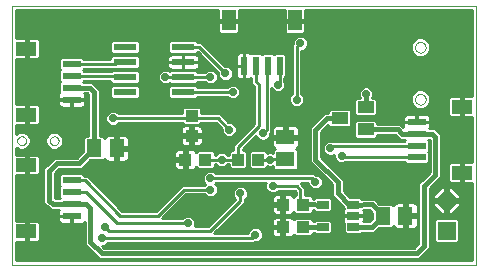
<source format=gbl>
G75*
%MOIN*%
%OFA0B0*%
%FSLAX24Y24*%
%IPPOS*%
%LPD*%
%AMOC8*
5,1,8,0,0,1.08239X$1,22.5*
%
%ADD10C,0.0000*%
%ADD11R,0.0433X0.0394*%
%ADD12R,0.0390X0.0272*%
%ADD13R,0.0551X0.0394*%
%ADD14R,0.0591X0.0512*%
%ADD15R,0.0512X0.0591*%
%ADD16R,0.0394X0.0433*%
%ADD17R,0.0236X0.0610*%
%ADD18R,0.0472X0.0709*%
%ADD19R,0.0780X0.0220*%
%ADD20R,0.0610X0.0236*%
%ADD21R,0.0709X0.0472*%
%ADD22R,0.0600X0.0600*%
%ADD23OC8,0.0600*%
%ADD24C,0.0100*%
%ADD25C,0.0277*%
%ADD26C,0.0160*%
D10*
X005150Y004018D02*
X005150Y012639D01*
X020645Y012639D01*
X020645Y004018D01*
X005150Y004018D01*
X005336Y008143D02*
X005338Y008167D01*
X005344Y008190D01*
X005353Y008212D01*
X005366Y008232D01*
X005381Y008250D01*
X005400Y008265D01*
X005421Y008277D01*
X005443Y008285D01*
X005466Y008290D01*
X005490Y008291D01*
X005514Y008288D01*
X005536Y008281D01*
X005558Y008271D01*
X005578Y008258D01*
X005595Y008241D01*
X005609Y008222D01*
X005620Y008201D01*
X005628Y008178D01*
X005632Y008155D01*
X005632Y008131D01*
X005628Y008108D01*
X005620Y008085D01*
X005609Y008064D01*
X005595Y008045D01*
X005578Y008028D01*
X005558Y008015D01*
X005536Y008005D01*
X005514Y007998D01*
X005490Y007995D01*
X005466Y007996D01*
X005443Y008001D01*
X005421Y008009D01*
X005400Y008021D01*
X005381Y008036D01*
X005366Y008054D01*
X005353Y008074D01*
X005344Y008096D01*
X005338Y008119D01*
X005336Y008143D01*
X006418Y008143D02*
X006420Y008167D01*
X006426Y008190D01*
X006435Y008212D01*
X006448Y008232D01*
X006463Y008250D01*
X006482Y008265D01*
X006503Y008277D01*
X006525Y008285D01*
X006548Y008290D01*
X006572Y008291D01*
X006596Y008288D01*
X006618Y008281D01*
X006640Y008271D01*
X006660Y008258D01*
X006677Y008241D01*
X006691Y008222D01*
X006702Y008201D01*
X006710Y008178D01*
X006714Y008155D01*
X006714Y008131D01*
X006710Y008108D01*
X006702Y008085D01*
X006691Y008064D01*
X006677Y008045D01*
X006660Y008028D01*
X006640Y008015D01*
X006618Y008005D01*
X006596Y007998D01*
X006572Y007995D01*
X006548Y007996D01*
X006525Y008001D01*
X006503Y008009D01*
X006482Y008021D01*
X006463Y008036D01*
X006448Y008054D01*
X006435Y008074D01*
X006426Y008096D01*
X006420Y008119D01*
X006418Y008143D01*
X018598Y009527D02*
X018600Y009553D01*
X018606Y009579D01*
X018616Y009604D01*
X018629Y009627D01*
X018645Y009647D01*
X018665Y009665D01*
X018687Y009680D01*
X018710Y009692D01*
X018736Y009700D01*
X018762Y009704D01*
X018788Y009704D01*
X018814Y009700D01*
X018840Y009692D01*
X018864Y009680D01*
X018885Y009665D01*
X018905Y009647D01*
X018921Y009627D01*
X018934Y009604D01*
X018944Y009579D01*
X018950Y009553D01*
X018952Y009527D01*
X018950Y009501D01*
X018944Y009475D01*
X018934Y009450D01*
X018921Y009427D01*
X018905Y009407D01*
X018885Y009389D01*
X018863Y009374D01*
X018840Y009362D01*
X018814Y009354D01*
X018788Y009350D01*
X018762Y009350D01*
X018736Y009354D01*
X018710Y009362D01*
X018686Y009374D01*
X018665Y009389D01*
X018645Y009407D01*
X018629Y009427D01*
X018616Y009450D01*
X018606Y009475D01*
X018600Y009501D01*
X018598Y009527D01*
X018598Y011259D02*
X018600Y011285D01*
X018606Y011311D01*
X018616Y011336D01*
X018629Y011359D01*
X018645Y011379D01*
X018665Y011397D01*
X018687Y011412D01*
X018710Y011424D01*
X018736Y011432D01*
X018762Y011436D01*
X018788Y011436D01*
X018814Y011432D01*
X018840Y011424D01*
X018864Y011412D01*
X018885Y011397D01*
X018905Y011379D01*
X018921Y011359D01*
X018934Y011336D01*
X018944Y011311D01*
X018950Y011285D01*
X018952Y011259D01*
X018950Y011233D01*
X018944Y011207D01*
X018934Y011182D01*
X018921Y011159D01*
X018905Y011139D01*
X018885Y011121D01*
X018863Y011106D01*
X018840Y011094D01*
X018814Y011086D01*
X018788Y011082D01*
X018762Y011082D01*
X018736Y011086D01*
X018710Y011094D01*
X018686Y011106D01*
X018665Y011121D01*
X018645Y011139D01*
X018629Y011159D01*
X018616Y011182D01*
X018606Y011207D01*
X018600Y011233D01*
X018598Y011259D01*
D11*
X011610Y007518D03*
X010940Y007518D03*
X011150Y008309D03*
X011150Y008978D03*
X014190Y006018D03*
X014860Y006018D03*
X014860Y005268D03*
X014190Y005268D03*
D12*
X015513Y005269D03*
X016537Y005269D03*
X016537Y005643D03*
X016537Y006017D03*
X015513Y006017D03*
D13*
X016958Y008519D03*
X016092Y008893D03*
X016958Y009267D03*
D14*
X014275Y008267D03*
X014275Y007519D03*
D15*
X017526Y005643D03*
X018274Y005643D03*
X008649Y007893D03*
X007901Y007893D03*
D16*
X012690Y007518D03*
X013360Y007518D03*
D17*
X013294Y010643D03*
X013687Y010643D03*
X014081Y010643D03*
X012900Y010643D03*
D18*
X012388Y012169D03*
X014593Y012169D03*
D19*
X010870Y011268D03*
X010870Y010768D03*
X010870Y010268D03*
X010870Y009768D03*
X008930Y009768D03*
X008930Y010268D03*
X008930Y010768D03*
X008930Y011268D03*
D20*
X007150Y010699D03*
X007150Y010306D03*
X007150Y009912D03*
X007150Y009518D03*
X007150Y006824D03*
X007150Y006431D03*
X007150Y006037D03*
X007150Y005643D03*
X018650Y007587D03*
X018650Y007981D03*
X018650Y008375D03*
X018650Y008768D03*
D21*
X020176Y009280D03*
X020176Y007075D03*
X005624Y007336D03*
X005624Y009006D03*
X005624Y011211D03*
X005624Y005131D03*
D22*
X019650Y005143D03*
D23*
X019650Y006143D03*
D24*
X019700Y006185D02*
X020495Y006185D01*
X020495Y006087D02*
X020100Y006087D01*
X020100Y006093D02*
X019700Y006093D01*
X019700Y005693D01*
X019836Y005693D01*
X020100Y005957D01*
X020100Y006093D01*
X020100Y006193D02*
X019700Y006193D01*
X019700Y006093D01*
X019600Y006093D01*
X019600Y005693D01*
X019464Y005693D01*
X019200Y005957D01*
X019200Y006093D01*
X019600Y006093D01*
X019600Y006193D01*
X019200Y006193D01*
X019200Y006330D01*
X019464Y006593D01*
X019600Y006593D01*
X019600Y006193D01*
X019700Y006193D01*
X019700Y006593D01*
X019836Y006593D01*
X020100Y006330D01*
X020100Y006193D01*
X020100Y006284D02*
X020495Y006284D01*
X020495Y006382D02*
X020047Y006382D01*
X019949Y006481D02*
X020495Y006481D01*
X020495Y006579D02*
X019850Y006579D01*
X019700Y006579D02*
X019600Y006579D01*
X019600Y006481D02*
X019700Y006481D01*
X019700Y006382D02*
X019600Y006382D01*
X019600Y006284D02*
X019700Y006284D01*
X019600Y006185D02*
X019090Y006185D01*
X019090Y006087D02*
X019200Y006087D01*
X019200Y005988D02*
X019090Y005988D01*
X019090Y005890D02*
X019267Y005890D01*
X019366Y005791D02*
X019090Y005791D01*
X019090Y005693D02*
X020495Y005693D01*
X020495Y005791D02*
X019934Y005791D01*
X020033Y005890D02*
X020495Y005890D01*
X020495Y005988D02*
X020100Y005988D01*
X019700Y005988D02*
X019600Y005988D01*
X019600Y005890D02*
X019700Y005890D01*
X019700Y005791D02*
X019600Y005791D01*
X019304Y005553D02*
X019240Y005489D01*
X019240Y004798D01*
X019304Y004733D01*
X019996Y004733D01*
X020060Y004798D01*
X020060Y005489D01*
X019996Y005553D01*
X019304Y005553D01*
X019247Y005496D02*
X019090Y005496D01*
X019090Y005594D02*
X020495Y005594D01*
X020495Y005496D02*
X020053Y005496D01*
X020060Y005397D02*
X020495Y005397D01*
X020495Y005299D02*
X020060Y005299D01*
X020060Y005200D02*
X020495Y005200D01*
X020495Y005102D02*
X020060Y005102D01*
X020060Y005003D02*
X020495Y005003D01*
X020495Y004905D02*
X020060Y004905D01*
X020060Y004806D02*
X020495Y004806D01*
X020495Y004708D02*
X019090Y004708D01*
X019090Y004806D02*
X019240Y004806D01*
X019240Y004905D02*
X019090Y004905D01*
X019090Y005003D02*
X019240Y005003D01*
X019240Y005102D02*
X019090Y005102D01*
X019090Y005200D02*
X019240Y005200D01*
X019240Y005299D02*
X019090Y005299D01*
X019090Y005397D02*
X019240Y005397D01*
X018710Y005397D02*
X018680Y005397D01*
X018680Y005328D02*
X018680Y005593D01*
X018324Y005593D01*
X018324Y005198D01*
X018550Y005198D01*
X018588Y005208D01*
X018622Y005228D01*
X018650Y005256D01*
X018670Y005290D01*
X018680Y005328D01*
X018672Y005299D02*
X018710Y005299D01*
X018710Y005200D02*
X018558Y005200D01*
X018710Y005102D02*
X017251Y005102D01*
X017226Y005077D02*
X017282Y005132D01*
X017338Y005188D01*
X017338Y005188D01*
X017388Y005238D01*
X017827Y005238D01*
X017879Y005289D01*
X017898Y005256D01*
X017926Y005228D01*
X017960Y005208D01*
X017998Y005198D01*
X018224Y005198D01*
X018224Y005593D01*
X018324Y005593D01*
X018324Y005693D01*
X018710Y005693D01*
X018680Y005693D02*
X018680Y005958D01*
X018670Y005996D01*
X018650Y006031D01*
X018622Y006059D01*
X018588Y006078D01*
X018550Y006089D01*
X018324Y006089D01*
X018324Y005693D01*
X018680Y005693D01*
X018680Y005791D02*
X018710Y005791D01*
X018710Y005890D02*
X018680Y005890D01*
X018672Y005988D02*
X018710Y005988D01*
X018710Y006087D02*
X018556Y006087D01*
X018710Y006185D02*
X017253Y006185D01*
X017228Y006210D02*
X017227Y006210D01*
X017227Y006211D01*
X017148Y006210D01*
X017070Y006210D01*
X016832Y006209D01*
X016777Y006263D01*
X016424Y006263D01*
X016215Y006472D01*
X016215Y006847D01*
X016104Y006958D01*
X015465Y007597D01*
X015465Y008440D01*
X015706Y008681D01*
X015706Y008651D01*
X015771Y008586D01*
X016413Y008586D01*
X016478Y008651D01*
X016478Y009136D01*
X016413Y009200D01*
X015771Y009200D01*
X015706Y009136D01*
X015706Y009083D01*
X015571Y009083D01*
X015196Y008708D01*
X015085Y008597D01*
X015085Y007440D01*
X015835Y006690D01*
X015835Y006315D01*
X016211Y005939D01*
X016232Y005918D01*
X016232Y005881D01*
X016222Y005871D01*
X016202Y005837D01*
X016192Y005799D01*
X016192Y005661D01*
X016519Y005661D01*
X016519Y005625D01*
X016192Y005625D01*
X016192Y005488D01*
X016202Y005450D01*
X016222Y005415D01*
X016232Y005405D01*
X016232Y005088D01*
X016296Y005023D01*
X016777Y005023D01*
X016832Y005078D01*
X017069Y005078D01*
X017069Y005078D01*
X017147Y005077D01*
X017226Y005077D01*
X017226Y005077D01*
X017226Y005077D01*
X017350Y005200D02*
X017990Y005200D01*
X018224Y005200D02*
X018324Y005200D01*
X018324Y005299D02*
X018224Y005299D01*
X018224Y005397D02*
X018324Y005397D01*
X018324Y005496D02*
X018224Y005496D01*
X018324Y005594D02*
X018710Y005594D01*
X018710Y005496D02*
X018680Y005496D01*
X018324Y005693D02*
X018224Y005693D01*
X018224Y006089D01*
X017998Y006089D01*
X017960Y006078D01*
X017926Y006059D01*
X017898Y006031D01*
X017879Y005997D01*
X017827Y006049D01*
X017389Y006049D01*
X017339Y006099D01*
X017339Y006100D01*
X017283Y006155D01*
X017228Y006210D01*
X017070Y006210D02*
X017070Y006210D01*
X017351Y006087D02*
X017992Y006087D01*
X018224Y006087D02*
X018324Y006087D01*
X018324Y005988D02*
X018224Y005988D01*
X018224Y005890D02*
X018324Y005890D01*
X018324Y005791D02*
X018224Y005791D01*
X018710Y006284D02*
X016403Y006284D01*
X016305Y006382D02*
X018710Y006382D01*
X018710Y006481D02*
X016215Y006481D01*
X016215Y006579D02*
X018710Y006579D01*
X018710Y006678D02*
X016215Y006678D01*
X016215Y006776D02*
X018764Y006776D01*
X018710Y006722D02*
X018710Y004722D01*
X018571Y004583D01*
X008229Y004583D01*
X008167Y004645D01*
X008199Y004645D01*
X008291Y004682D01*
X008342Y004733D01*
X013216Y004733D01*
X013253Y004770D01*
X013324Y004770D01*
X013416Y004807D01*
X013486Y004877D01*
X013524Y004969D01*
X013524Y005068D01*
X013486Y005159D01*
X013416Y005229D01*
X013324Y005267D01*
X013226Y005267D01*
X013134Y005229D01*
X013064Y005159D01*
X013026Y005068D01*
X013026Y005053D01*
X011911Y005053D01*
X012841Y005983D01*
X012935Y006077D01*
X012935Y006202D01*
X012986Y006252D01*
X013024Y006344D01*
X013024Y006443D01*
X012986Y006534D01*
X012916Y006604D01*
X012824Y006642D01*
X012726Y006642D01*
X012634Y006604D01*
X012564Y006534D01*
X012526Y006443D01*
X012526Y006344D01*
X012564Y006252D01*
X012611Y006206D01*
X011709Y005303D01*
X011257Y005303D01*
X011274Y005344D01*
X011274Y005443D01*
X011236Y005534D01*
X011166Y005604D01*
X011074Y005642D01*
X010976Y005642D01*
X010884Y005604D01*
X010833Y005553D01*
X010161Y005553D01*
X010966Y006358D01*
X011583Y006358D01*
X011634Y006307D01*
X011726Y006270D01*
X011824Y006270D01*
X011916Y006307D01*
X011986Y006377D01*
X012024Y006469D01*
X012024Y006568D01*
X011986Y006659D01*
X011939Y006706D01*
X011967Y006733D01*
X013623Y006733D01*
X013606Y006693D01*
X013606Y006594D01*
X013644Y006502D01*
X013714Y006432D01*
X013806Y006395D01*
X013904Y006395D01*
X013996Y006432D01*
X014047Y006483D01*
X014584Y006483D01*
X014615Y006452D01*
X014615Y006325D01*
X014598Y006325D01*
X014546Y006274D01*
X014527Y006307D01*
X014499Y006335D01*
X014465Y006355D01*
X014427Y006365D01*
X014239Y006365D01*
X014239Y006067D01*
X014142Y006067D01*
X014142Y006365D01*
X013954Y006365D01*
X013916Y006355D01*
X013882Y006335D01*
X013854Y006307D01*
X013834Y006273D01*
X013824Y006235D01*
X013824Y006067D01*
X014142Y006067D01*
X014142Y005970D01*
X013824Y005970D01*
X013824Y005802D01*
X013834Y005764D01*
X013854Y005729D01*
X013882Y005701D01*
X013916Y005682D01*
X013954Y005671D01*
X014142Y005671D01*
X014142Y005970D01*
X014239Y005970D01*
X014239Y005671D01*
X014427Y005671D01*
X014465Y005682D01*
X014499Y005701D01*
X014527Y005729D01*
X014546Y005763D01*
X014598Y005711D01*
X015122Y005711D01*
X015186Y005776D01*
X015186Y005829D01*
X015216Y005829D01*
X015273Y005771D01*
X015754Y005771D01*
X015818Y005836D01*
X015818Y006199D01*
X015754Y006263D01*
X015273Y006263D01*
X015218Y006209D01*
X015186Y006209D01*
X015186Y006261D01*
X015122Y006325D01*
X014935Y006325D01*
X014935Y006585D01*
X014810Y006710D01*
X014786Y006733D01*
X015026Y006733D01*
X015026Y006719D01*
X015064Y006627D01*
X015134Y006557D01*
X015226Y006520D01*
X015324Y006520D01*
X015416Y006557D01*
X015486Y006627D01*
X015524Y006719D01*
X015524Y006818D01*
X015486Y006909D01*
X015416Y006979D01*
X015324Y007017D01*
X015253Y007017D01*
X015216Y007053D01*
X011967Y007053D01*
X011916Y007104D01*
X011824Y007142D01*
X011726Y007142D01*
X011634Y007104D01*
X011564Y007034D01*
X011526Y006943D01*
X011526Y006844D01*
X011564Y006752D01*
X011611Y006706D01*
X011583Y006678D01*
X010834Y006678D01*
X010740Y006585D01*
X009959Y005803D01*
X008841Y005803D01*
X007754Y006891D01*
X007660Y006984D01*
X007565Y006984D01*
X007565Y006988D01*
X007501Y007053D01*
X006799Y007053D01*
X006735Y006988D01*
X006735Y006661D01*
X006768Y006628D01*
X006735Y006594D01*
X006735Y006267D01*
X006768Y006234D01*
X006761Y006227D01*
X006606Y006227D01*
X006590Y006239D01*
X006590Y007065D01*
X006729Y007203D01*
X007479Y007203D01*
X007590Y007315D01*
X007763Y007488D01*
X008202Y007488D01*
X008254Y007539D01*
X008273Y007506D01*
X008301Y007478D01*
X008335Y007458D01*
X008373Y007448D01*
X008599Y007448D01*
X008599Y007843D01*
X008699Y007843D01*
X008699Y007448D01*
X008925Y007448D01*
X008963Y007458D01*
X008997Y007478D01*
X009025Y007506D01*
X009045Y007540D01*
X009055Y007578D01*
X009055Y007843D01*
X008699Y007843D01*
X008699Y007943D01*
X009055Y007943D01*
X009055Y008208D01*
X009045Y008246D01*
X009025Y008281D01*
X008997Y008309D01*
X008963Y008328D01*
X008925Y008339D01*
X008699Y008339D01*
X008699Y007943D01*
X008599Y007943D01*
X008599Y008339D01*
X008373Y008339D01*
X008335Y008328D01*
X008301Y008309D01*
X008273Y008281D01*
X008254Y008247D01*
X008202Y008299D01*
X008090Y008299D01*
X008090Y009847D01*
X007835Y010102D01*
X007539Y010102D01*
X007532Y010109D01*
X007565Y010142D01*
X007565Y010146D01*
X008430Y010146D01*
X008430Y010113D01*
X008494Y010048D01*
X009366Y010048D01*
X009430Y010113D01*
X009430Y010424D01*
X009366Y010488D01*
X008494Y010488D01*
X008472Y010466D01*
X007565Y010466D01*
X007565Y010469D01*
X007532Y010503D01*
X007565Y010536D01*
X007565Y010539D01*
X008647Y010539D01*
X008656Y010548D01*
X009366Y010548D01*
X009430Y010613D01*
X009430Y010924D01*
X009366Y010988D01*
X008494Y010988D01*
X008430Y010924D01*
X008430Y010859D01*
X007565Y010859D01*
X007565Y010863D01*
X007501Y010928D01*
X006799Y010928D01*
X006735Y010863D01*
X006735Y010536D01*
X006768Y010503D01*
X006735Y010469D01*
X006735Y010142D01*
X006768Y010109D01*
X006735Y010076D01*
X006735Y009748D01*
X006740Y009743D01*
X006725Y009729D01*
X006705Y009694D01*
X006695Y009656D01*
X006695Y009527D01*
X007141Y009527D01*
X007141Y009509D01*
X007159Y009509D01*
X007159Y009250D01*
X007475Y009250D01*
X007513Y009260D01*
X007547Y009280D01*
X007575Y009308D01*
X007595Y009342D01*
X007605Y009380D01*
X007605Y009509D01*
X007159Y009509D01*
X007159Y009527D01*
X007605Y009527D01*
X007605Y009656D01*
X007595Y009694D01*
X007579Y009722D01*
X007678Y009722D01*
X007710Y009690D01*
X007710Y008299D01*
X007600Y008299D01*
X007535Y008234D01*
X007535Y007797D01*
X007321Y007583D01*
X006571Y007583D01*
X006321Y007333D01*
X006210Y007222D01*
X006210Y006206D01*
X006200Y006193D01*
X006210Y006129D01*
X006210Y006065D01*
X006221Y006053D01*
X006224Y006037D01*
X006276Y005999D01*
X006321Y005953D01*
X006337Y005953D01*
X006419Y005893D01*
X006465Y005847D01*
X006481Y005847D01*
X006494Y005837D01*
X006558Y005847D01*
X006721Y005847D01*
X006705Y005819D01*
X006695Y005781D01*
X006695Y005652D01*
X007141Y005652D01*
X007141Y005634D01*
X007159Y005634D01*
X007159Y005375D01*
X007475Y005375D01*
X007513Y005385D01*
X007547Y005405D01*
X007575Y005433D01*
X007585Y005450D01*
X007585Y004690D01*
X007696Y004578D01*
X008071Y004203D01*
X018729Y004203D01*
X018840Y004315D01*
X019090Y004565D01*
X019090Y006565D01*
X019465Y006940D01*
X019465Y008347D01*
X019359Y008453D01*
X019359Y008453D01*
X019247Y008565D01*
X019079Y008565D01*
X019095Y008592D01*
X019105Y008630D01*
X019105Y008759D01*
X018659Y008759D01*
X018659Y008777D01*
X019105Y008777D01*
X019105Y008906D01*
X019095Y008944D01*
X019075Y008979D01*
X019047Y009006D01*
X019013Y009026D01*
X018975Y009036D01*
X018659Y009036D01*
X018659Y008777D01*
X018641Y008777D01*
X018641Y008759D01*
X018195Y008759D01*
X018195Y008630D01*
X018200Y008612D01*
X018103Y008709D01*
X017344Y008709D01*
X017344Y008762D01*
X017279Y008826D01*
X016637Y008826D01*
X016572Y008762D01*
X016572Y008277D01*
X016637Y008212D01*
X017279Y008212D01*
X017344Y008277D01*
X017344Y008329D01*
X017945Y008329D01*
X017979Y008296D01*
X018090Y008185D01*
X018261Y008185D01*
X018268Y008178D01*
X018235Y008145D01*
X018235Y008141D01*
X015827Y008141D01*
X015824Y008142D01*
X015726Y008142D01*
X015634Y008104D01*
X015564Y008034D01*
X015526Y007943D01*
X015526Y007844D01*
X015564Y007752D01*
X015634Y007682D01*
X015726Y007645D01*
X015824Y007645D01*
X015901Y007676D01*
X015901Y007594D01*
X015939Y007502D01*
X016009Y007432D01*
X016101Y007395D01*
X016199Y007395D01*
X016278Y007427D01*
X018235Y007427D01*
X018235Y007424D01*
X018299Y007359D01*
X019001Y007359D01*
X019065Y007424D01*
X019065Y007751D01*
X019032Y007784D01*
X019065Y007817D01*
X019065Y008145D01*
X019032Y008178D01*
X019039Y008185D01*
X019085Y008185D01*
X019085Y007097D01*
X018821Y006833D01*
X018710Y006722D01*
X018863Y006875D02*
X016187Y006875D01*
X016089Y006973D02*
X018961Y006973D01*
X019060Y007072D02*
X015990Y007072D01*
X015892Y007170D02*
X019085Y007170D01*
X019085Y007269D02*
X015793Y007269D01*
X015695Y007367D02*
X018291Y007367D01*
X018650Y007587D02*
X016219Y007587D01*
X016150Y007643D01*
X015976Y007466D02*
X015596Y007466D01*
X015498Y007564D02*
X015913Y007564D01*
X015901Y007663D02*
X015869Y007663D01*
X015681Y007663D02*
X015465Y007663D01*
X015465Y007761D02*
X015560Y007761D01*
X015526Y007860D02*
X015465Y007860D01*
X015465Y007958D02*
X015533Y007958D01*
X015587Y008057D02*
X015465Y008057D01*
X015465Y008155D02*
X018246Y008155D01*
X018021Y008254D02*
X017321Y008254D01*
X017344Y008746D02*
X018195Y008746D01*
X018195Y008777D02*
X018641Y008777D01*
X018641Y009036D01*
X018325Y009036D01*
X018287Y009026D01*
X018253Y009006D01*
X018225Y008979D01*
X018205Y008944D01*
X018195Y008906D01*
X018195Y008777D01*
X018195Y008845D02*
X016478Y008845D01*
X016478Y008943D02*
X018205Y008943D01*
X018641Y008943D02*
X018659Y008943D01*
X018659Y008845D02*
X018641Y008845D01*
X018195Y008648D02*
X018164Y008648D01*
X018590Y009250D02*
X018710Y009200D01*
X018840Y009200D01*
X018960Y009250D01*
X019052Y009342D01*
X019102Y009462D01*
X019102Y009592D01*
X019052Y009712D01*
X018960Y009805D01*
X018840Y009854D01*
X018710Y009854D01*
X018590Y009805D01*
X018498Y009712D01*
X018448Y009592D01*
X018448Y009462D01*
X018498Y009342D01*
X018590Y009250D01*
X018616Y009239D02*
X017344Y009239D01*
X017344Y009337D02*
X018502Y009337D01*
X018459Y009436D02*
X017344Y009436D01*
X017344Y009510D02*
X017279Y009574D01*
X017177Y009574D01*
X017211Y009656D01*
X017211Y009755D01*
X017173Y009847D01*
X017103Y009917D01*
X017012Y009955D01*
X016913Y009955D01*
X016822Y009917D01*
X016752Y009847D01*
X016714Y009755D01*
X016714Y009656D01*
X016748Y009574D01*
X016637Y009574D01*
X016572Y009510D01*
X016572Y009025D01*
X016637Y008960D01*
X017279Y008960D01*
X017344Y009025D01*
X017344Y009510D01*
X017319Y009534D02*
X018448Y009534D01*
X018465Y009633D02*
X017202Y009633D01*
X017211Y009731D02*
X018516Y009731D01*
X018651Y009830D02*
X017180Y009830D01*
X017075Y009928D02*
X020495Y009928D01*
X020495Y009830D02*
X018899Y009830D01*
X019034Y009731D02*
X020495Y009731D01*
X020495Y009633D02*
X019085Y009633D01*
X019102Y009534D02*
X019711Y009534D01*
X019711Y009562D02*
X019711Y008998D01*
X019776Y008934D01*
X020495Y008934D01*
X020495Y007422D01*
X019776Y007422D01*
X019711Y007357D01*
X019711Y006794D01*
X019776Y006729D01*
X020495Y006729D01*
X020495Y004168D01*
X005300Y004168D01*
X005300Y004785D01*
X006024Y004785D01*
X006089Y004850D01*
X006089Y005413D01*
X006024Y005478D01*
X005300Y005478D01*
X005300Y006990D01*
X006024Y006990D01*
X006089Y007054D01*
X006089Y007618D01*
X006024Y007682D01*
X005300Y007682D01*
X005300Y007906D01*
X005315Y007891D01*
X005424Y007846D01*
X005543Y007846D01*
X005652Y007891D01*
X005736Y007975D01*
X005781Y008084D01*
X005781Y008203D01*
X005736Y008312D01*
X005652Y008396D01*
X005543Y008441D01*
X005424Y008441D01*
X005315Y008396D01*
X005300Y008381D01*
X005300Y008660D01*
X006024Y008660D01*
X006089Y008725D01*
X006089Y009288D01*
X006024Y009353D01*
X005300Y009353D01*
X005300Y010865D01*
X006024Y010865D01*
X006089Y010929D01*
X006089Y011493D01*
X006024Y011557D01*
X005300Y011557D01*
X005300Y012489D01*
X012042Y012489D01*
X012042Y011769D01*
X012106Y011705D01*
X012670Y011705D01*
X012734Y011769D01*
X012734Y012489D01*
X014247Y012489D01*
X014247Y011769D01*
X014311Y011705D01*
X014875Y011705D01*
X014939Y011769D01*
X014939Y012489D01*
X020495Y012489D01*
X014939Y012489D01*
X014939Y012391D02*
X020495Y012391D01*
X020495Y012489D02*
X020495Y009626D01*
X019776Y009626D01*
X019711Y009562D01*
X019711Y009436D02*
X019091Y009436D01*
X019048Y009337D02*
X019711Y009337D01*
X019711Y009239D02*
X018934Y009239D01*
X019095Y008943D02*
X019766Y008943D01*
X019711Y009042D02*
X017344Y009042D01*
X017344Y009140D02*
X019711Y009140D01*
X019105Y008845D02*
X020495Y008845D01*
X020495Y008746D02*
X019105Y008746D01*
X019105Y008648D02*
X020495Y008648D01*
X020495Y008549D02*
X019263Y008549D01*
X019361Y008451D02*
X020495Y008451D01*
X020495Y008352D02*
X019460Y008352D01*
X019465Y008254D02*
X020495Y008254D01*
X020495Y008155D02*
X019465Y008155D01*
X019465Y008057D02*
X020495Y008057D01*
X020495Y007958D02*
X019465Y007958D01*
X019465Y007860D02*
X020495Y007860D01*
X020495Y007761D02*
X019465Y007761D01*
X019465Y007663D02*
X020495Y007663D01*
X020495Y007564D02*
X019465Y007564D01*
X019465Y007466D02*
X020495Y007466D01*
X019721Y007367D02*
X019465Y007367D01*
X019465Y007269D02*
X019711Y007269D01*
X019711Y007170D02*
X019465Y007170D01*
X019465Y007072D02*
X019711Y007072D01*
X019711Y006973D02*
X019465Y006973D01*
X019400Y006875D02*
X019711Y006875D01*
X019729Y006776D02*
X019302Y006776D01*
X019203Y006678D02*
X020495Y006678D01*
X019700Y006087D02*
X019600Y006087D01*
X019200Y006284D02*
X019090Y006284D01*
X019090Y006382D02*
X019253Y006382D01*
X019351Y006481D02*
X019090Y006481D01*
X019105Y006579D02*
X019450Y006579D01*
X019085Y007367D02*
X019009Y007367D01*
X019065Y007466D02*
X019085Y007466D01*
X019085Y007564D02*
X019065Y007564D01*
X019065Y007663D02*
X019085Y007663D01*
X019085Y007761D02*
X019055Y007761D01*
X019065Y007860D02*
X019085Y007860D01*
X019085Y007958D02*
X019065Y007958D01*
X019065Y008057D02*
X019085Y008057D01*
X019085Y008155D02*
X019054Y008155D01*
X018650Y007981D02*
X015863Y007981D01*
X015775Y007893D01*
X015465Y008254D02*
X016596Y008254D01*
X016572Y008352D02*
X015465Y008352D01*
X015476Y008451D02*
X016572Y008451D01*
X016572Y008549D02*
X015575Y008549D01*
X015673Y008648D02*
X015709Y008648D01*
X015333Y008845D02*
X013810Y008845D01*
X013810Y008943D02*
X015431Y008943D01*
X015530Y009042D02*
X013810Y009042D01*
X013810Y009140D02*
X015711Y009140D01*
X015234Y008746D02*
X013810Y008746D01*
X013810Y008648D02*
X013896Y008648D01*
X013888Y008643D02*
X013860Y008615D01*
X013840Y008581D01*
X013830Y008543D01*
X013830Y008317D01*
X014225Y008317D01*
X014225Y008217D01*
X013830Y008217D01*
X013830Y007992D01*
X013840Y007954D01*
X013860Y007919D01*
X013888Y007891D01*
X013921Y007872D01*
X013870Y007821D01*
X013870Y007748D01*
X013824Y007767D01*
X013726Y007767D01*
X013666Y007743D01*
X013666Y007780D01*
X013602Y007845D01*
X013117Y007845D01*
X013053Y007780D01*
X013053Y007256D01*
X013117Y007192D01*
X013602Y007192D01*
X013666Y007256D01*
X013666Y007294D01*
X013726Y007270D01*
X013824Y007270D01*
X013870Y007288D01*
X013870Y007218D01*
X013934Y007153D01*
X014616Y007153D01*
X014680Y007218D01*
X014680Y007821D01*
X014629Y007872D01*
X014662Y007891D01*
X014690Y007919D01*
X014710Y007954D01*
X014720Y007992D01*
X014720Y008217D01*
X014325Y008217D01*
X014325Y008317D01*
X014720Y008317D01*
X014720Y008543D01*
X014710Y008581D01*
X014690Y008615D01*
X014662Y008643D01*
X014628Y008663D01*
X014590Y008673D01*
X014325Y008673D01*
X014325Y008317D01*
X014225Y008317D01*
X014225Y008673D01*
X013960Y008673D01*
X013922Y008663D01*
X013888Y008643D01*
X013831Y008549D02*
X013810Y008549D01*
X013810Y008452D02*
X013774Y008416D01*
X013774Y008344D01*
X013736Y008252D01*
X013666Y008182D01*
X013574Y008145D01*
X013476Y008145D01*
X013384Y008182D01*
X013314Y008252D01*
X013291Y008308D01*
X012850Y007867D01*
X012850Y007845D01*
X012933Y007845D01*
X012997Y007780D01*
X012997Y007256D01*
X012933Y007192D01*
X012448Y007192D01*
X012384Y007256D01*
X012384Y007358D01*
X012342Y007358D01*
X012291Y007307D01*
X012199Y007270D01*
X012101Y007270D01*
X012009Y007307D01*
X011958Y007358D01*
X011936Y007358D01*
X011936Y007276D01*
X011872Y007211D01*
X011348Y007211D01*
X011296Y007263D01*
X011277Y007229D01*
X011249Y007201D01*
X011215Y007182D01*
X011177Y007171D01*
X010989Y007171D01*
X010989Y007470D01*
X010892Y007470D01*
X010574Y007470D01*
X010574Y007302D01*
X010584Y007264D01*
X010604Y007229D01*
X010632Y007201D01*
X010666Y007182D01*
X010704Y007171D01*
X010892Y007171D01*
X010892Y007470D01*
X010892Y007567D01*
X010892Y007865D01*
X010704Y007865D01*
X010666Y007855D01*
X010632Y007835D01*
X010604Y007807D01*
X010584Y007773D01*
X010574Y007735D01*
X010574Y007567D01*
X010892Y007567D01*
X010989Y007567D01*
X010989Y007865D01*
X011177Y007865D01*
X011215Y007855D01*
X011249Y007835D01*
X011277Y007807D01*
X011296Y007774D01*
X011348Y007825D01*
X011872Y007825D01*
X011936Y007761D01*
X011936Y007678D01*
X011958Y007678D01*
X012009Y007729D01*
X012101Y007767D01*
X012199Y007767D01*
X012291Y007729D01*
X012342Y007678D01*
X012384Y007678D01*
X012384Y007780D01*
X012448Y007845D01*
X012530Y007845D01*
X012530Y008000D01*
X013240Y008710D01*
X013240Y009952D01*
X013134Y010058D01*
X013134Y010228D01*
X013130Y010228D01*
X013125Y010233D01*
X013110Y010218D01*
X013076Y010198D01*
X013038Y010188D01*
X012909Y010188D01*
X012909Y010634D01*
X012891Y010634D01*
X012891Y010188D01*
X012762Y010188D01*
X012724Y010198D01*
X012690Y010218D01*
X012662Y010246D01*
X012642Y010280D01*
X012632Y010318D01*
X012632Y010634D01*
X012891Y010634D01*
X012891Y010652D01*
X012632Y010652D01*
X012632Y010968D01*
X012642Y011006D01*
X012662Y011041D01*
X012690Y011068D01*
X012724Y011088D01*
X012762Y011098D01*
X012891Y011098D01*
X012891Y010652D01*
X012909Y010652D01*
X012909Y011098D01*
X013038Y011098D01*
X013076Y011088D01*
X013110Y011068D01*
X013125Y011054D01*
X013130Y011058D01*
X013457Y011058D01*
X013491Y011025D01*
X013524Y011058D01*
X013851Y011058D01*
X013884Y011025D01*
X013917Y011058D01*
X014245Y011058D01*
X014309Y010994D01*
X014309Y010293D01*
X014245Y010228D01*
X014241Y010228D01*
X014241Y010147D01*
X014274Y010068D01*
X014274Y009969D01*
X014236Y009877D01*
X014166Y009807D01*
X014074Y009770D01*
X013976Y009770D01*
X013884Y009807D01*
X013814Y009877D01*
X013810Y009887D01*
X013810Y008452D01*
X013809Y008451D02*
X013830Y008451D01*
X013830Y008352D02*
X013774Y008352D01*
X013736Y008254D02*
X014225Y008254D01*
X014225Y008352D02*
X014325Y008352D01*
X014325Y008254D02*
X015085Y008254D01*
X015085Y008352D02*
X014720Y008352D01*
X014720Y008451D02*
X015085Y008451D01*
X015085Y008549D02*
X014719Y008549D01*
X014654Y008648D02*
X015136Y008648D01*
X014325Y008648D02*
X014225Y008648D01*
X014225Y008549D02*
X014325Y008549D01*
X014325Y008451D02*
X014225Y008451D01*
X013830Y008155D02*
X013600Y008155D01*
X013450Y008155D02*
X013138Y008155D01*
X013040Y008057D02*
X013830Y008057D01*
X013839Y007958D02*
X012941Y007958D01*
X012850Y007860D02*
X013909Y007860D01*
X013870Y007761D02*
X013838Y007761D01*
X013712Y007761D02*
X013666Y007761D01*
X013776Y007519D02*
X013775Y007518D01*
X013360Y007518D01*
X013400Y007518D01*
X013053Y007564D02*
X012997Y007564D01*
X012997Y007466D02*
X013053Y007466D01*
X013053Y007367D02*
X012997Y007367D01*
X012997Y007269D02*
X013053Y007269D01*
X013053Y007663D02*
X012997Y007663D01*
X012997Y007761D02*
X013053Y007761D01*
X012690Y007934D02*
X012690Y007518D01*
X012650Y007518D02*
X012150Y007518D01*
X011610Y007518D01*
X011929Y007269D02*
X012384Y007269D01*
X011948Y007072D02*
X015453Y007072D01*
X015422Y006973D02*
X015551Y006973D01*
X015500Y006875D02*
X015650Y006875D01*
X015748Y006776D02*
X015524Y006776D01*
X015507Y006678D02*
X015835Y006678D01*
X015835Y006579D02*
X015438Y006579D01*
X015275Y006768D02*
X015150Y006893D01*
X011775Y006893D01*
X011602Y007072D02*
X006597Y007072D01*
X006590Y006973D02*
X006735Y006973D01*
X006735Y006875D02*
X006590Y006875D01*
X006590Y006776D02*
X006735Y006776D01*
X006735Y006678D02*
X006590Y006678D01*
X006590Y006579D02*
X006735Y006579D01*
X006735Y006481D02*
X006590Y006481D01*
X006590Y006382D02*
X006735Y006382D01*
X006735Y006284D02*
X006590Y006284D01*
X006210Y006284D02*
X005300Y006284D01*
X005300Y006382D02*
X006210Y006382D01*
X006210Y006481D02*
X005300Y006481D01*
X005300Y006579D02*
X006210Y006579D01*
X006210Y006678D02*
X005300Y006678D01*
X005300Y006776D02*
X006210Y006776D01*
X006210Y006875D02*
X005300Y006875D01*
X005300Y006973D02*
X006210Y006973D01*
X006210Y007072D02*
X006089Y007072D01*
X006089Y007170D02*
X006210Y007170D01*
X006257Y007269D02*
X006089Y007269D01*
X006089Y007367D02*
X006355Y007367D01*
X006454Y007466D02*
X006089Y007466D01*
X006089Y007564D02*
X006552Y007564D01*
X006507Y007846D02*
X006626Y007846D01*
X006735Y007891D01*
X006819Y007975D01*
X006864Y008084D01*
X006864Y008203D01*
X006819Y008312D01*
X006735Y008396D01*
X006626Y008441D01*
X006507Y008441D01*
X006398Y008396D01*
X006314Y008312D01*
X006269Y008203D01*
X006269Y008084D01*
X006314Y007975D01*
X006398Y007891D01*
X006507Y007846D01*
X006473Y007860D02*
X005577Y007860D01*
X005720Y007958D02*
X006330Y007958D01*
X006280Y008057D02*
X005770Y008057D01*
X005781Y008155D02*
X006269Y008155D01*
X006290Y008254D02*
X005760Y008254D01*
X005696Y008352D02*
X006354Y008352D01*
X006778Y008352D02*
X007710Y008352D01*
X007710Y008451D02*
X005300Y008451D01*
X005300Y008549D02*
X007710Y008549D01*
X007710Y008648D02*
X005300Y008648D01*
X006089Y008746D02*
X007710Y008746D01*
X007710Y008845D02*
X006089Y008845D01*
X006089Y008943D02*
X007710Y008943D01*
X007710Y009042D02*
X006089Y009042D01*
X006089Y009140D02*
X007710Y009140D01*
X007710Y009239D02*
X006089Y009239D01*
X006040Y009337D02*
X006708Y009337D01*
X006705Y009342D02*
X006725Y009308D01*
X006753Y009280D01*
X006787Y009260D01*
X006825Y009250D01*
X007141Y009250D01*
X007141Y009509D01*
X006695Y009509D01*
X006695Y009380D01*
X006705Y009342D01*
X006695Y009436D02*
X005300Y009436D01*
X005300Y009534D02*
X006695Y009534D01*
X006695Y009633D02*
X005300Y009633D01*
X005300Y009731D02*
X006728Y009731D01*
X006735Y009830D02*
X005300Y009830D01*
X005300Y009928D02*
X006735Y009928D01*
X006735Y010027D02*
X005300Y010027D01*
X005300Y010125D02*
X006752Y010125D01*
X006735Y010224D02*
X005300Y010224D01*
X005300Y010322D02*
X006735Y010322D01*
X006735Y010421D02*
X005300Y010421D01*
X005300Y010519D02*
X006751Y010519D01*
X006735Y010618D02*
X005300Y010618D01*
X005300Y010716D02*
X006735Y010716D01*
X006735Y010815D02*
X005300Y010815D01*
X006073Y010913D02*
X006785Y010913D01*
X007150Y010699D02*
X008581Y010699D01*
X008650Y010768D01*
X008930Y010768D01*
X009430Y010815D02*
X010330Y010815D01*
X010330Y010773D02*
X010330Y010898D01*
X010340Y010936D01*
X010360Y010970D01*
X010388Y010998D01*
X010422Y011018D01*
X010460Y011028D01*
X010865Y011028D01*
X010865Y010773D01*
X010865Y010763D01*
X010875Y010763D01*
X010875Y010508D01*
X011280Y010508D01*
X011318Y010519D01*
X011352Y010538D01*
X011380Y010566D01*
X011400Y010600D01*
X011410Y010639D01*
X011410Y010763D01*
X010875Y010763D01*
X010875Y010773D01*
X011410Y010773D01*
X011410Y010898D01*
X011400Y010936D01*
X011380Y010970D01*
X011352Y010998D01*
X011318Y011018D01*
X011280Y011028D01*
X010875Y011028D01*
X010875Y010773D01*
X010865Y010773D01*
X010330Y010773D01*
X010330Y010763D02*
X010330Y010639D01*
X010340Y010600D01*
X010360Y010566D01*
X010388Y010538D01*
X010422Y010519D01*
X010460Y010508D01*
X010865Y010508D01*
X010865Y010763D01*
X010330Y010763D01*
X010330Y010716D02*
X009430Y010716D01*
X009430Y010618D02*
X010336Y010618D01*
X010324Y010517D02*
X010226Y010517D01*
X010134Y010479D01*
X010064Y010409D01*
X010026Y010318D01*
X010026Y010219D01*
X010064Y010127D01*
X010134Y010057D01*
X010226Y010020D01*
X010324Y010020D01*
X010416Y010057D01*
X010421Y010062D01*
X010434Y010048D01*
X011306Y010048D01*
X011366Y010108D01*
X011583Y010108D01*
X011634Y010057D01*
X011726Y010020D01*
X011824Y010020D01*
X011916Y010057D01*
X011986Y010127D01*
X012024Y010219D01*
X012024Y010318D01*
X011986Y010409D01*
X011916Y010479D01*
X011824Y010517D01*
X011726Y010517D01*
X011634Y010479D01*
X011583Y010428D01*
X011366Y010428D01*
X011306Y010488D01*
X010434Y010488D01*
X010421Y010474D01*
X010416Y010479D01*
X010324Y010517D01*
X010421Y010519D02*
X007549Y010519D01*
X007515Y010913D02*
X008430Y010913D01*
X008494Y011048D02*
X009366Y011048D01*
X009430Y011113D01*
X009430Y011424D01*
X009366Y011488D01*
X008494Y011488D01*
X008430Y011424D01*
X008430Y011113D01*
X008494Y011048D01*
X008432Y011110D02*
X006089Y011110D01*
X006089Y011012D02*
X010411Y011012D01*
X010434Y011048D02*
X011306Y011048D01*
X011350Y011092D01*
X012026Y010416D01*
X012026Y010344D01*
X012064Y010252D01*
X012134Y010182D01*
X012226Y010145D01*
X012324Y010145D01*
X012416Y010182D01*
X012486Y010252D01*
X012524Y010344D01*
X012524Y010443D01*
X012486Y010534D01*
X012416Y010604D01*
X012324Y010642D01*
X012253Y010642D01*
X011466Y011428D01*
X011366Y011428D01*
X011306Y011488D01*
X010434Y011488D01*
X010370Y011424D01*
X010370Y011113D01*
X010434Y011048D01*
X010372Y011110D02*
X009428Y011110D01*
X009430Y011209D02*
X010370Y011209D01*
X010370Y011307D02*
X009430Y011307D01*
X009430Y011406D02*
X010370Y011406D01*
X010870Y011268D02*
X011400Y011268D01*
X012275Y010393D01*
X012457Y010224D02*
X012684Y010224D01*
X012632Y010322D02*
X012515Y010322D01*
X012524Y010421D02*
X012632Y010421D01*
X012632Y010519D02*
X012492Y010519D01*
X012383Y010618D02*
X012632Y010618D01*
X012632Y010716D02*
X012178Y010716D01*
X012080Y010815D02*
X012632Y010815D01*
X012632Y010913D02*
X011981Y010913D01*
X011883Y011012D02*
X012645Y011012D01*
X012891Y011012D02*
X012909Y011012D01*
X012909Y010913D02*
X012891Y010913D01*
X012891Y010815D02*
X012909Y010815D01*
X012909Y010716D02*
X012891Y010716D01*
X012891Y010618D02*
X012909Y010618D01*
X012909Y010519D02*
X012891Y010519D01*
X012891Y010421D02*
X012909Y010421D01*
X012909Y010322D02*
X012891Y010322D01*
X012891Y010224D02*
X012909Y010224D01*
X013116Y010224D02*
X013134Y010224D01*
X013134Y010125D02*
X011984Y010125D01*
X012024Y010224D02*
X012093Y010224D01*
X012035Y010322D02*
X012022Y010322D01*
X012021Y010421D02*
X011974Y010421D01*
X011923Y010519D02*
X011319Y010519D01*
X011404Y010618D02*
X011824Y010618D01*
X011726Y010716D02*
X011410Y010716D01*
X011410Y010815D02*
X011627Y010815D01*
X011529Y010913D02*
X011406Y010913D01*
X011430Y011012D02*
X011329Y011012D01*
X011686Y011209D02*
X014490Y011209D01*
X014490Y011307D02*
X011587Y011307D01*
X011489Y011406D02*
X014526Y011406D01*
X014526Y011371D02*
X014490Y011335D01*
X014490Y009710D01*
X014439Y009659D01*
X014401Y009568D01*
X014401Y009469D01*
X014439Y009377D01*
X014509Y009307D01*
X014601Y009270D01*
X014699Y009270D01*
X014791Y009307D01*
X014861Y009377D01*
X014899Y009469D01*
X014899Y009568D01*
X014861Y009659D01*
X014810Y009710D01*
X014810Y011145D01*
X014824Y011145D01*
X014916Y011182D01*
X014986Y011252D01*
X015024Y011344D01*
X015024Y011443D01*
X014986Y011534D01*
X014916Y011604D01*
X014824Y011642D01*
X014726Y011642D01*
X014634Y011604D01*
X014564Y011534D01*
X014526Y011443D01*
X014526Y011371D01*
X014552Y011504D02*
X006077Y011504D01*
X006089Y011406D02*
X008430Y011406D01*
X008430Y011307D02*
X006089Y011307D01*
X006089Y011209D02*
X008430Y011209D01*
X009430Y010913D02*
X010334Y010913D01*
X010865Y010913D02*
X010875Y010913D01*
X010865Y010815D02*
X010875Y010815D01*
X010865Y010716D02*
X010875Y010716D01*
X010865Y010618D02*
X010875Y010618D01*
X010865Y010519D02*
X010875Y010519D01*
X010870Y010268D02*
X010275Y010268D01*
X010342Y010027D02*
X011708Y010027D01*
X011842Y010027D02*
X013165Y010027D01*
X013240Y009928D02*
X012717Y009928D01*
X012736Y009909D02*
X012666Y009979D01*
X012574Y010017D01*
X012476Y010017D01*
X012384Y009979D01*
X012333Y009928D01*
X011366Y009928D01*
X011306Y009988D01*
X010434Y009988D01*
X010370Y009924D01*
X010370Y009613D01*
X010434Y009548D01*
X011306Y009548D01*
X011366Y009608D01*
X012333Y009608D01*
X012384Y009557D01*
X012476Y009520D01*
X012574Y009520D01*
X012666Y009557D01*
X012736Y009627D01*
X012774Y009719D01*
X012774Y009818D01*
X012736Y009909D01*
X012769Y009830D02*
X013240Y009830D01*
X013240Y009731D02*
X012774Y009731D01*
X012738Y009633D02*
X013240Y009633D01*
X013240Y009534D02*
X012610Y009534D01*
X012440Y009534D02*
X008090Y009534D01*
X008090Y009436D02*
X013240Y009436D01*
X013240Y009337D02*
X008090Y009337D01*
X008090Y009239D02*
X010842Y009239D01*
X010823Y009220D02*
X010823Y009053D01*
X008717Y009053D01*
X008666Y009104D01*
X008574Y009142D01*
X008476Y009142D01*
X008384Y009104D01*
X008314Y009034D01*
X008276Y008943D01*
X008276Y008844D01*
X008314Y008752D01*
X008384Y008682D01*
X008476Y008645D01*
X008574Y008645D01*
X008666Y008682D01*
X008717Y008733D01*
X010826Y008733D01*
X010888Y008671D01*
X011412Y008671D01*
X011474Y008733D01*
X011959Y008733D01*
X012151Y008541D01*
X012151Y008469D01*
X012189Y008377D01*
X012259Y008307D01*
X012351Y008270D01*
X012449Y008270D01*
X012541Y008307D01*
X012611Y008377D01*
X012649Y008469D01*
X012649Y008568D01*
X012611Y008659D01*
X012541Y008729D01*
X012449Y008767D01*
X012378Y008767D01*
X012185Y008960D01*
X012091Y009053D01*
X011477Y009053D01*
X011477Y009220D01*
X011412Y009285D01*
X010888Y009285D01*
X010823Y009220D01*
X010823Y009140D02*
X008579Y009140D01*
X008471Y009140D02*
X008090Y009140D01*
X008090Y009042D02*
X008322Y009042D01*
X008276Y008943D02*
X008090Y008943D01*
X008090Y008845D02*
X008276Y008845D01*
X008320Y008746D02*
X008090Y008746D01*
X008090Y008648D02*
X008468Y008648D01*
X008582Y008648D02*
X010885Y008648D01*
X010876Y008645D02*
X010841Y008626D01*
X010813Y008598D01*
X010794Y008563D01*
X010783Y008525D01*
X010783Y008357D01*
X011102Y008357D01*
X011102Y008656D01*
X010914Y008656D01*
X010876Y008645D01*
X010790Y008549D02*
X008090Y008549D01*
X008090Y008451D02*
X010783Y008451D01*
X010783Y008260D02*
X010783Y008092D01*
X010794Y008054D01*
X010813Y008020D01*
X010841Y007992D01*
X010876Y007972D01*
X010914Y007962D01*
X011102Y007962D01*
X011102Y008260D01*
X011198Y008260D01*
X011198Y007962D01*
X011386Y007962D01*
X011424Y007972D01*
X011459Y007992D01*
X011487Y008020D01*
X011506Y008054D01*
X011517Y008092D01*
X011517Y008260D01*
X011198Y008260D01*
X011198Y008357D01*
X011102Y008357D01*
X011102Y008260D01*
X010783Y008260D01*
X010783Y008254D02*
X009040Y008254D01*
X009055Y008155D02*
X010783Y008155D01*
X010793Y008057D02*
X009055Y008057D01*
X009055Y007958D02*
X012530Y007958D01*
X012530Y007860D02*
X011197Y007860D01*
X010989Y007860D02*
X010892Y007860D01*
X010892Y007761D02*
X010989Y007761D01*
X010989Y007663D02*
X010892Y007663D01*
X010892Y007564D02*
X009051Y007564D01*
X009055Y007663D02*
X010574Y007663D01*
X010581Y007761D02*
X009055Y007761D01*
X008699Y007761D02*
X008599Y007761D01*
X008599Y007663D02*
X008699Y007663D01*
X008699Y007564D02*
X008599Y007564D01*
X008599Y007466D02*
X008699Y007466D01*
X008976Y007466D02*
X010574Y007466D01*
X010574Y007367D02*
X007643Y007367D01*
X007544Y007269D02*
X010583Y007269D01*
X010892Y007269D02*
X010989Y007269D01*
X010989Y007367D02*
X010892Y007367D01*
X010892Y007466D02*
X010989Y007466D01*
X010684Y007860D02*
X008699Y007860D01*
X008699Y007958D02*
X008599Y007958D01*
X008599Y008057D02*
X008699Y008057D01*
X008699Y008155D02*
X008599Y008155D01*
X008599Y008254D02*
X008699Y008254D01*
X008258Y008254D02*
X008247Y008254D01*
X008090Y008352D02*
X011102Y008352D01*
X011198Y008352D02*
X012214Y008352D01*
X012159Y008451D02*
X011517Y008451D01*
X011517Y008525D02*
X011517Y008357D01*
X011198Y008357D01*
X011198Y008656D01*
X011386Y008656D01*
X011424Y008645D01*
X011459Y008626D01*
X011487Y008598D01*
X011506Y008563D01*
X011517Y008525D01*
X011510Y008549D02*
X012143Y008549D01*
X012044Y008648D02*
X011415Y008648D01*
X011198Y008648D02*
X011102Y008648D01*
X011102Y008549D02*
X011198Y008549D01*
X011198Y008451D02*
X011102Y008451D01*
X011102Y008254D02*
X011198Y008254D01*
X011198Y008155D02*
X011102Y008155D01*
X011102Y008057D02*
X011198Y008057D01*
X011507Y008057D02*
X012587Y008057D01*
X012686Y008155D02*
X011517Y008155D01*
X011517Y008254D02*
X012784Y008254D01*
X012883Y008352D02*
X012586Y008352D01*
X012641Y008451D02*
X012981Y008451D01*
X013080Y008549D02*
X012649Y008549D01*
X012616Y008648D02*
X013178Y008648D01*
X013240Y008746D02*
X012500Y008746D01*
X012300Y008845D02*
X013240Y008845D01*
X013240Y008943D02*
X012201Y008943D01*
X012103Y009042D02*
X013240Y009042D01*
X013240Y009140D02*
X011477Y009140D01*
X011458Y009239D02*
X013240Y009239D01*
X013810Y009239D02*
X016572Y009239D01*
X016572Y009337D02*
X014821Y009337D01*
X014885Y009436D02*
X016572Y009436D01*
X016597Y009534D02*
X014899Y009534D01*
X014872Y009633D02*
X016723Y009633D01*
X016714Y009731D02*
X014810Y009731D01*
X014810Y009830D02*
X016745Y009830D01*
X016850Y009928D02*
X014810Y009928D01*
X014810Y010027D02*
X020495Y010027D01*
X020495Y010125D02*
X014810Y010125D01*
X014810Y010224D02*
X020495Y010224D01*
X020495Y010322D02*
X014810Y010322D01*
X014810Y010421D02*
X020495Y010421D01*
X020495Y010519D02*
X014810Y010519D01*
X014810Y010618D02*
X020495Y010618D01*
X020495Y010716D02*
X014810Y010716D01*
X014810Y010815D02*
X020495Y010815D01*
X020495Y010913D02*
X014810Y010913D01*
X014810Y011012D02*
X018560Y011012D01*
X018590Y010982D02*
X018710Y010932D01*
X018840Y010932D01*
X018960Y010982D01*
X019052Y011074D01*
X019102Y011194D01*
X019102Y011325D01*
X019052Y011445D01*
X018960Y011537D01*
X018840Y011587D01*
X018710Y011587D01*
X018590Y011537D01*
X018498Y011445D01*
X018448Y011325D01*
X018448Y011194D01*
X018498Y011074D01*
X018590Y010982D01*
X018483Y011110D02*
X014810Y011110D01*
X014942Y011209D02*
X018448Y011209D01*
X018448Y011307D02*
X015009Y011307D01*
X015024Y011406D02*
X018482Y011406D01*
X018557Y011504D02*
X014998Y011504D01*
X014917Y011603D02*
X020495Y011603D01*
X020495Y011701D02*
X005300Y011701D01*
X005300Y011603D02*
X014633Y011603D01*
X014939Y011800D02*
X020495Y011800D01*
X020495Y011898D02*
X014939Y011898D01*
X014939Y011997D02*
X020495Y011997D01*
X020495Y012095D02*
X014939Y012095D01*
X014939Y012194D02*
X020495Y012194D01*
X020495Y012292D02*
X014939Y012292D01*
X014247Y012292D02*
X012734Y012292D01*
X012734Y012194D02*
X014247Y012194D01*
X014247Y012095D02*
X012734Y012095D01*
X012734Y011997D02*
X014247Y011997D01*
X014247Y011898D02*
X012734Y011898D01*
X012734Y011800D02*
X014247Y011800D01*
X014775Y011393D02*
X014650Y011268D01*
X014650Y009518D01*
X014479Y009337D02*
X013810Y009337D01*
X013810Y009436D02*
X014415Y009436D01*
X014401Y009534D02*
X013810Y009534D01*
X013810Y009633D02*
X014428Y009633D01*
X014490Y009731D02*
X013810Y009731D01*
X013810Y009830D02*
X013862Y009830D01*
X014025Y010018D02*
X014081Y010087D01*
X014081Y010643D01*
X014309Y010618D02*
X014490Y010618D01*
X014490Y010716D02*
X014309Y010716D01*
X014309Y010815D02*
X014490Y010815D01*
X014490Y010913D02*
X014309Y010913D01*
X014291Y011012D02*
X014490Y011012D01*
X014490Y011110D02*
X011784Y011110D01*
X012042Y011800D02*
X005300Y011800D01*
X005300Y011898D02*
X012042Y011898D01*
X012042Y011997D02*
X005300Y011997D01*
X005300Y012095D02*
X012042Y012095D01*
X012042Y012194D02*
X005300Y012194D01*
X005300Y012292D02*
X012042Y012292D01*
X012042Y012391D02*
X005300Y012391D01*
X005300Y012489D02*
X012042Y012489D01*
X012734Y012489D02*
X014247Y012489D01*
X014247Y012391D02*
X012734Y012391D01*
X010875Y011012D02*
X010865Y011012D01*
X010076Y010421D02*
X009430Y010421D01*
X009430Y010322D02*
X010028Y010322D01*
X010026Y010224D02*
X009430Y010224D01*
X009430Y010125D02*
X010066Y010125D01*
X010208Y010027D02*
X007910Y010027D01*
X008009Y009928D02*
X008434Y009928D01*
X008430Y009924D02*
X008494Y009988D01*
X009366Y009988D01*
X009430Y009924D01*
X009430Y009613D01*
X009366Y009548D01*
X008494Y009548D01*
X008430Y009613D01*
X008430Y009924D01*
X008430Y009830D02*
X008090Y009830D01*
X008090Y009731D02*
X008430Y009731D01*
X008430Y009633D02*
X008090Y009633D01*
X007710Y009633D02*
X007605Y009633D01*
X007605Y009534D02*
X007710Y009534D01*
X007710Y009436D02*
X007605Y009436D01*
X007592Y009337D02*
X007710Y009337D01*
X007159Y009337D02*
X007141Y009337D01*
X007141Y009436D02*
X007159Y009436D01*
X007548Y010125D02*
X008430Y010125D01*
X008613Y010306D02*
X008650Y010268D01*
X008930Y010268D01*
X008613Y010306D02*
X007150Y010306D01*
X008525Y008893D02*
X011150Y008893D01*
X011150Y008978D01*
X011150Y008893D02*
X012025Y008893D01*
X012400Y008518D01*
X013237Y008254D02*
X013314Y008254D01*
X013525Y008393D02*
X013562Y008356D01*
X013525Y008393D02*
X013650Y008518D01*
X013650Y010393D01*
X013687Y010431D01*
X013687Y010643D01*
X013294Y010643D02*
X013294Y010125D01*
X013400Y010018D01*
X013400Y008643D01*
X012690Y007934D01*
X012384Y007761D02*
X012213Y007761D01*
X012087Y007761D02*
X011936Y007761D01*
X011539Y006973D02*
X007671Y006973D01*
X007770Y006875D02*
X011526Y006875D01*
X011554Y006776D02*
X007868Y006776D01*
X007967Y006678D02*
X010833Y006678D01*
X010735Y006579D02*
X008065Y006579D01*
X008164Y006481D02*
X010636Y006481D01*
X010538Y006382D02*
X008262Y006382D01*
X008361Y006284D02*
X010439Y006284D01*
X010341Y006185D02*
X008459Y006185D01*
X008558Y006087D02*
X010242Y006087D01*
X010144Y005988D02*
X008656Y005988D01*
X008755Y005890D02*
X010045Y005890D01*
X010399Y005791D02*
X012197Y005791D01*
X012098Y005693D02*
X010301Y005693D01*
X010202Y005594D02*
X010874Y005594D01*
X011176Y005594D02*
X012000Y005594D01*
X011901Y005496D02*
X011252Y005496D01*
X011274Y005397D02*
X011803Y005397D01*
X012157Y005299D02*
X014142Y005299D01*
X014142Y005317D02*
X014142Y005220D01*
X013824Y005220D01*
X013824Y005052D01*
X013834Y005014D01*
X013854Y004979D01*
X013882Y004951D01*
X013916Y004932D01*
X013954Y004921D01*
X014142Y004921D01*
X014142Y005220D01*
X014239Y005220D01*
X014239Y004921D01*
X014427Y004921D01*
X014465Y004932D01*
X014499Y004951D01*
X014527Y004979D01*
X014546Y005013D01*
X014598Y004961D01*
X015122Y004961D01*
X015186Y005026D01*
X015186Y005079D01*
X015217Y005079D01*
X015273Y005023D01*
X015754Y005023D01*
X015818Y005088D01*
X015818Y005451D01*
X015754Y005515D01*
X015273Y005515D01*
X015217Y005459D01*
X015186Y005459D01*
X015186Y005511D01*
X015122Y005575D01*
X014598Y005575D01*
X014546Y005524D01*
X014527Y005557D01*
X014499Y005585D01*
X014465Y005605D01*
X014427Y005615D01*
X014239Y005615D01*
X014239Y005317D01*
X014142Y005317D01*
X014142Y005615D01*
X013954Y005615D01*
X013916Y005605D01*
X013882Y005585D01*
X013854Y005557D01*
X013834Y005523D01*
X013824Y005485D01*
X013824Y005317D01*
X014142Y005317D01*
X014142Y005397D02*
X014239Y005397D01*
X014239Y005496D02*
X014142Y005496D01*
X014142Y005594D02*
X014239Y005594D01*
X014239Y005693D02*
X014142Y005693D01*
X014142Y005791D02*
X014239Y005791D01*
X014239Y005890D02*
X014142Y005890D01*
X014142Y005988D02*
X012846Y005988D01*
X012935Y006087D02*
X013824Y006087D01*
X013824Y006185D02*
X012935Y006185D01*
X012999Y006284D02*
X013840Y006284D01*
X014142Y006284D02*
X014239Y006284D01*
X014239Y006185D02*
X014142Y006185D01*
X014142Y006087D02*
X014239Y006087D01*
X014540Y006284D02*
X014556Y006284D01*
X014615Y006382D02*
X013024Y006382D01*
X013008Y006481D02*
X013666Y006481D01*
X013612Y006579D02*
X012941Y006579D01*
X012775Y006393D02*
X012775Y006143D01*
X011775Y005143D01*
X008400Y005143D01*
X008275Y005268D01*
X008650Y005393D02*
X007613Y006431D01*
X007150Y006431D01*
X007150Y006824D02*
X007594Y006824D01*
X008775Y005643D01*
X010025Y005643D01*
X010900Y006518D01*
X011775Y006518D01*
X011967Y006678D02*
X013606Y006678D01*
X013855Y006643D02*
X014650Y006643D01*
X014775Y006518D01*
X014775Y006017D01*
X014860Y006018D01*
X014814Y006017D01*
X015513Y006017D01*
X015818Y005988D02*
X016161Y005988D01*
X016232Y005890D02*
X015818Y005890D01*
X015773Y005791D02*
X016192Y005791D01*
X016192Y005693D02*
X014484Y005693D01*
X014483Y005594D02*
X016192Y005594D01*
X016192Y005496D02*
X015773Y005496D01*
X015818Y005397D02*
X016232Y005397D01*
X016232Y005299D02*
X015818Y005299D01*
X015818Y005200D02*
X016232Y005200D01*
X016232Y005102D02*
X015818Y005102D01*
X015164Y005003D02*
X018710Y005003D01*
X018710Y004905D02*
X013497Y004905D01*
X013524Y005003D02*
X013840Y005003D01*
X013824Y005102D02*
X013510Y005102D01*
X013445Y005200D02*
X013824Y005200D01*
X014142Y005200D02*
X014239Y005200D01*
X014239Y005102D02*
X014142Y005102D01*
X014142Y005003D02*
X014239Y005003D01*
X014541Y005003D02*
X014556Y005003D01*
X015186Y005496D02*
X015253Y005496D01*
X015253Y005791D02*
X015186Y005791D01*
X015818Y006087D02*
X016063Y006087D01*
X015964Y006185D02*
X015818Y006185D01*
X015866Y006284D02*
X015163Y006284D01*
X014935Y006382D02*
X015835Y006382D01*
X015835Y006481D02*
X014935Y006481D01*
X014935Y006579D02*
X015112Y006579D01*
X015043Y006678D02*
X014842Y006678D01*
X014586Y006481D02*
X014044Y006481D01*
X013824Y005890D02*
X012748Y005890D01*
X012649Y005791D02*
X013827Y005791D01*
X013897Y005693D02*
X012551Y005693D01*
X012452Y005594D02*
X013898Y005594D01*
X013827Y005496D02*
X012354Y005496D01*
X012255Y005397D02*
X013824Y005397D01*
X013275Y005018D02*
X013150Y004893D01*
X008150Y004893D01*
X008316Y004708D02*
X018696Y004708D01*
X018710Y004806D02*
X013413Y004806D01*
X013040Y005102D02*
X011960Y005102D01*
X012058Y005200D02*
X013105Y005200D01*
X012394Y005988D02*
X010596Y005988D01*
X010498Y005890D02*
X012295Y005890D01*
X012492Y006087D02*
X010695Y006087D01*
X010793Y006185D02*
X012591Y006185D01*
X012551Y006284D02*
X011859Y006284D01*
X011988Y006382D02*
X012526Y006382D01*
X012542Y006481D02*
X012024Y006481D01*
X012019Y006579D02*
X012609Y006579D01*
X011691Y006284D02*
X010892Y006284D01*
X011025Y005393D02*
X008650Y005393D01*
X007585Y005397D02*
X007534Y005397D01*
X007585Y005299D02*
X006089Y005299D01*
X006089Y005397D02*
X006766Y005397D01*
X006753Y005405D02*
X006787Y005385D01*
X006825Y005375D01*
X007141Y005375D01*
X007141Y005634D01*
X006695Y005634D01*
X006695Y005505D01*
X006705Y005467D01*
X006725Y005433D01*
X006753Y005405D01*
X006697Y005496D02*
X005300Y005496D01*
X005300Y005594D02*
X006695Y005594D01*
X006695Y005693D02*
X005300Y005693D01*
X005300Y005791D02*
X006698Y005791D01*
X006422Y005890D02*
X005300Y005890D01*
X005300Y005988D02*
X006286Y005988D01*
X006210Y006087D02*
X005300Y006087D01*
X005300Y006185D02*
X006202Y006185D01*
X007141Y005594D02*
X007159Y005594D01*
X007159Y005496D02*
X007141Y005496D01*
X007141Y005397D02*
X007159Y005397D01*
X007585Y005200D02*
X006089Y005200D01*
X006089Y005102D02*
X007585Y005102D01*
X007585Y005003D02*
X006089Y005003D01*
X006089Y004905D02*
X007585Y004905D01*
X007585Y004806D02*
X006045Y004806D01*
X005300Y004708D02*
X007585Y004708D01*
X007665Y004609D02*
X005300Y004609D01*
X005300Y004511D02*
X007764Y004511D01*
X007862Y004412D02*
X005300Y004412D01*
X005300Y004314D02*
X007961Y004314D01*
X008059Y004215D02*
X005300Y004215D01*
X008203Y004609D02*
X018597Y004609D01*
X018839Y004314D02*
X020495Y004314D01*
X020495Y004412D02*
X018938Y004412D01*
X019036Y004511D02*
X020495Y004511D01*
X020495Y004609D02*
X019090Y004609D01*
X018741Y004215D02*
X020495Y004215D01*
X017160Y005547D02*
X017070Y005458D01*
X016874Y005458D01*
X016882Y005488D01*
X016882Y005625D01*
X016555Y005625D01*
X016555Y005661D01*
X016882Y005661D01*
X016882Y005799D01*
X016874Y005829D01*
X017071Y005830D01*
X017160Y005741D01*
X017160Y005547D01*
X017160Y005594D02*
X016882Y005594D01*
X016882Y005496D02*
X017108Y005496D01*
X017160Y005693D02*
X016882Y005693D01*
X016882Y005791D02*
X017109Y005791D01*
X015354Y007170D02*
X014633Y007170D01*
X014680Y007269D02*
X015256Y007269D01*
X015157Y007367D02*
X014680Y007367D01*
X014680Y007466D02*
X015085Y007466D01*
X015085Y007564D02*
X014680Y007564D01*
X014680Y007663D02*
X015085Y007663D01*
X015085Y007761D02*
X014680Y007761D01*
X014641Y007860D02*
X015085Y007860D01*
X015085Y007958D02*
X014711Y007958D01*
X014720Y008057D02*
X015085Y008057D01*
X015085Y008155D02*
X014720Y008155D01*
X014275Y007519D02*
X013776Y007519D01*
X013870Y007269D02*
X013666Y007269D01*
X013917Y007170D02*
X006696Y007170D01*
X006044Y007663D02*
X007401Y007663D01*
X007499Y007761D02*
X005300Y007761D01*
X005300Y007860D02*
X005390Y007860D01*
X006660Y007860D02*
X007535Y007860D01*
X007535Y007958D02*
X006802Y007958D01*
X006853Y008057D02*
X007535Y008057D01*
X007535Y008155D02*
X006864Y008155D01*
X006843Y008254D02*
X007555Y008254D01*
X007900Y007893D02*
X007901Y007893D01*
X007741Y007466D02*
X008322Y007466D01*
X009430Y009633D02*
X010370Y009633D01*
X010370Y009731D02*
X009430Y009731D01*
X009430Y009830D02*
X010370Y009830D01*
X010374Y009928D02*
X009426Y009928D01*
X010870Y009768D02*
X012525Y009768D01*
X012333Y009928D02*
X011366Y009928D01*
X011775Y010268D02*
X010870Y010268D01*
X014188Y009830D02*
X014490Y009830D01*
X014490Y009928D02*
X014257Y009928D01*
X014274Y010027D02*
X014490Y010027D01*
X014490Y010125D02*
X014250Y010125D01*
X014241Y010224D02*
X014490Y010224D01*
X014490Y010322D02*
X014309Y010322D01*
X014309Y010421D02*
X014490Y010421D01*
X014490Y010519D02*
X014309Y010519D01*
X016473Y009140D02*
X016572Y009140D01*
X016572Y009042D02*
X016478Y009042D01*
X016478Y008746D02*
X016572Y008746D01*
X016572Y008648D02*
X016474Y008648D01*
X018990Y011012D02*
X020495Y011012D01*
X020495Y011110D02*
X019067Y011110D01*
X019102Y011209D02*
X020495Y011209D01*
X020495Y011307D02*
X019102Y011307D01*
X019068Y011406D02*
X020495Y011406D01*
X020495Y011504D02*
X018993Y011504D01*
D25*
X020025Y011143D03*
X020025Y009893D03*
X017650Y009268D03*
X016963Y009706D03*
X016025Y010018D03*
X014900Y009143D03*
X014650Y009518D03*
X014275Y009143D03*
X014025Y010018D03*
X013025Y009768D03*
X012525Y009768D03*
X011775Y010268D03*
X012275Y010393D03*
X010650Y009393D03*
X010275Y010268D03*
X009525Y010893D03*
X007900Y011143D03*
X006525Y011143D03*
X005525Y010518D03*
X007150Y009018D03*
X008525Y008893D03*
X007150Y007893D03*
X008150Y007143D03*
X008650Y006643D03*
X010400Y007143D03*
X011775Y006893D03*
X011775Y006518D03*
X012275Y006518D03*
X012775Y006393D03*
X013275Y006518D03*
X013855Y006643D03*
X013775Y007518D03*
X013275Y008018D03*
X013525Y008393D03*
X012900Y008643D03*
X012400Y008518D03*
X011775Y008018D03*
X012150Y007518D03*
X012275Y007143D03*
X011025Y006018D03*
X011525Y005518D03*
X011025Y005393D03*
X013275Y005018D03*
X013400Y005393D03*
X015275Y006768D03*
X016150Y007643D03*
X015775Y007893D03*
X016275Y008268D03*
X017650Y006893D03*
X018275Y006893D03*
X019775Y007893D03*
X017025Y005643D03*
X016025Y005393D03*
X016025Y004768D03*
X018275Y004768D03*
X010525Y008393D03*
X014775Y011393D03*
X016025Y011393D03*
X013525Y012143D03*
X011150Y012143D03*
X008275Y005268D03*
X008150Y004893D03*
X007525Y004393D03*
D26*
X007775Y004768D02*
X007775Y005893D01*
X007631Y006037D01*
X007150Y006037D01*
X006544Y006037D01*
X006400Y006143D01*
X006400Y007143D01*
X006650Y007393D01*
X007400Y007393D01*
X007900Y007893D01*
X007900Y009768D01*
X007756Y009912D01*
X007150Y009912D01*
X005650Y008518D02*
X005650Y011643D01*
X011650Y012143D02*
X013525Y012143D01*
X015525Y012143D01*
X016958Y009705D02*
X016958Y009518D01*
X016963Y009523D01*
X016963Y009706D01*
X016958Y009518D02*
X016958Y009267D01*
X016092Y008893D02*
X015650Y008893D01*
X015275Y008518D01*
X015275Y007518D01*
X016025Y006768D01*
X016025Y006393D01*
X016401Y006017D01*
X016537Y006017D01*
X017149Y006020D01*
X017526Y005643D01*
X017148Y005267D01*
X016537Y005269D01*
X015513Y005269D02*
X014901Y005269D01*
X014900Y005268D01*
X014888Y005195D01*
X014860Y005268D01*
X014939Y005267D01*
X015024Y006019D02*
X015513Y006017D01*
X018650Y004393D02*
X008150Y004393D01*
X007775Y004768D01*
X005650Y004393D02*
X005650Y007768D01*
X016958Y008519D02*
X018024Y008519D01*
X018169Y008375D01*
X018650Y008375D01*
X019169Y008375D01*
X019275Y008268D01*
X019275Y007018D01*
X018900Y006643D01*
X018900Y004643D01*
X018650Y004393D01*
X020150Y006518D02*
X020150Y009893D01*
X020025Y009893D01*
M02*

</source>
